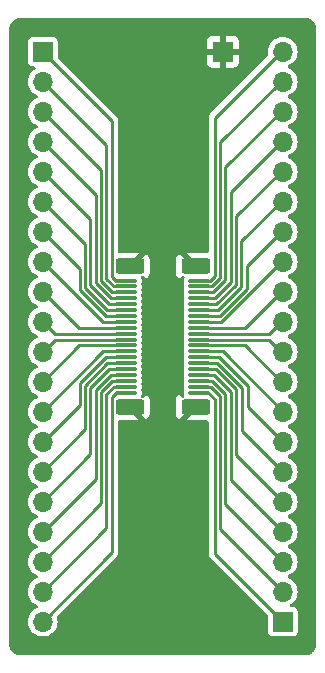
<source format=gbr>
%TF.GenerationSoftware,KiCad,Pcbnew,7.0.10*%
%TF.CreationDate,2024-01-15T01:50:30-05:00*%
%TF.ProjectId,Keyboard-connector-breakout,4b657962-6f61-4726-942d-636f6e6e6563,rev?*%
%TF.SameCoordinates,Original*%
%TF.FileFunction,Copper,L1,Top*%
%TF.FilePolarity,Positive*%
%FSLAX46Y46*%
G04 Gerber Fmt 4.6, Leading zero omitted, Abs format (unit mm)*
G04 Created by KiCad (PCBNEW 7.0.10) date 2024-01-15 01:50:30*
%MOMM*%
%LPD*%
G01*
G04 APERTURE LIST*
G04 Aperture macros list*
%AMRoundRect*
0 Rectangle with rounded corners*
0 $1 Rounding radius*
0 $2 $3 $4 $5 $6 $7 $8 $9 X,Y pos of 4 corners*
0 Add a 4 corners polygon primitive as box body*
4,1,4,$2,$3,$4,$5,$6,$7,$8,$9,$2,$3,0*
0 Add four circle primitives for the rounded corners*
1,1,$1+$1,$2,$3*
1,1,$1+$1,$4,$5*
1,1,$1+$1,$6,$7*
1,1,$1+$1,$8,$9*
0 Add four rect primitives between the rounded corners*
20,1,$1+$1,$2,$3,$4,$5,0*
20,1,$1+$1,$4,$5,$6,$7,0*
20,1,$1+$1,$6,$7,$8,$9,0*
20,1,$1+$1,$8,$9,$2,$3,0*%
G04 Aperture macros list end*
%TA.AperFunction,SMDPad,CuDef*%
%ADD10RoundRect,0.075000X-0.825000X-0.075000X0.825000X-0.075000X0.825000X0.075000X-0.825000X0.075000X0*%
%TD*%
%TA.AperFunction,SMDPad,CuDef*%
%ADD11RoundRect,0.200000X-1.000000X-0.450000X1.000000X-0.450000X1.000000X0.450000X-1.000000X0.450000X0*%
%TD*%
%TA.AperFunction,ComponentPad*%
%ADD12R,1.700000X1.700000*%
%TD*%
%TA.AperFunction,ComponentPad*%
%ADD13O,1.700000X1.700000*%
%TD*%
%TA.AperFunction,ViaPad*%
%ADD14C,0.800000*%
%TD*%
%TA.AperFunction,Conductor*%
%ADD15C,0.250000*%
%TD*%
G04 APERTURE END LIST*
D10*
%TO.P,J1,1,Pin_1*%
%TO.N,Net-(J1-Pin_1)*%
X-3100000Y-4750000D03*
%TO.P,J1,2,Pin_2*%
%TO.N,Net-(J1-Pin_2)*%
X3100000Y-4750000D03*
%TO.P,J1,3,Pin_3*%
%TO.N,Net-(J1-Pin_3)*%
X-3100000Y-4250000D03*
%TO.P,J1,4,Pin_4*%
%TO.N,Net-(J1-Pin_4)*%
X3100000Y-4250000D03*
%TO.P,J1,5,Pin_5*%
%TO.N,Net-(J1-Pin_5)*%
X-3100000Y-3750000D03*
%TO.P,J1,6,Pin_6*%
%TO.N,Net-(J1-Pin_6)*%
X3100000Y-3750000D03*
%TO.P,J1,7,Pin_7*%
%TO.N,Net-(J1-Pin_7)*%
X-3100000Y-3250000D03*
%TO.P,J1,8,Pin_8*%
%TO.N,Net-(J1-Pin_8)*%
X3100000Y-3250000D03*
%TO.P,J1,9,Pin_9*%
%TO.N,Net-(J1-Pin_9)*%
X-3100000Y-2750000D03*
%TO.P,J1,10,Pin_10*%
%TO.N,Net-(J1-Pin_10)*%
X3100000Y-2750000D03*
%TO.P,J1,11,Pin_11*%
%TO.N,Net-(J1-Pin_11)*%
X-3100000Y-2250000D03*
%TO.P,J1,12,Pin_12*%
%TO.N,Net-(J1-Pin_12)*%
X3100000Y-2250000D03*
%TO.P,J1,13,Pin_13*%
%TO.N,Net-(J1-Pin_13)*%
X-3100000Y-1750000D03*
%TO.P,J1,14,Pin_14*%
%TO.N,Net-(J1-Pin_14)*%
X3100000Y-1750000D03*
%TO.P,J1,15,Pin_15*%
%TO.N,Net-(J1-Pin_15)*%
X-3100000Y-1250000D03*
%TO.P,J1,16,Pin_16*%
%TO.N,Net-(J1-Pin_16)*%
X3100000Y-1250000D03*
%TO.P,J1,17,Pin_17*%
%TO.N,Net-(J1-Pin_17)*%
X-3100000Y-750000D03*
%TO.P,J1,18,Pin_18*%
%TO.N,Net-(J1-Pin_18)*%
X3100000Y-750000D03*
%TO.P,J1,19,Pin_19*%
%TO.N,Net-(J1-Pin_19)*%
X-3100000Y-250000D03*
%TO.P,J1,20,Pin_20*%
%TO.N,Net-(J1-Pin_20)*%
X3100000Y-250000D03*
%TO.P,J1,21,Pin_21*%
%TO.N,Net-(J1-Pin_21)*%
X-3100000Y250000D03*
%TO.P,J1,22,Pin_22*%
%TO.N,Net-(J1-Pin_22)*%
X3100000Y250000D03*
%TO.P,J1,23,Pin_23*%
%TO.N,Net-(J1-Pin_23)*%
X-3100000Y750000D03*
%TO.P,J1,24,Pin_24*%
%TO.N,Net-(J1-Pin_24)*%
X3100000Y750000D03*
%TO.P,J1,25,Pin_25*%
%TO.N,Net-(J1-Pin_25)*%
X-3100000Y1250000D03*
%TO.P,J1,26,Pin_26*%
%TO.N,Net-(J1-Pin_26)*%
X3100000Y1250000D03*
%TO.P,J1,27,Pin_27*%
%TO.N,Net-(J1-Pin_27)*%
X-3100000Y1750000D03*
%TO.P,J1,28,Pin_28*%
%TO.N,Net-(J1-Pin_28)*%
X3100000Y1750000D03*
%TO.P,J1,29,Pin_29*%
%TO.N,Net-(J1-Pin_29)*%
X-3100000Y2250000D03*
%TO.P,J1,30,Pin_30*%
%TO.N,Net-(J1-Pin_30)*%
X3100000Y2250000D03*
%TO.P,J1,31,Pin_31*%
%TO.N,Net-(J1-Pin_31)*%
X-3100000Y2750000D03*
%TO.P,J1,32,Pin_32*%
%TO.N,Net-(J1-Pin_32)*%
X3100000Y2750000D03*
%TO.P,J1,33,Pin_33*%
%TO.N,Net-(J1-Pin_33)*%
X-3100000Y3250000D03*
%TO.P,J1,34,Pin_34*%
%TO.N,Net-(J1-Pin_34)*%
X3100000Y3250000D03*
%TO.P,J1,35,Pin_35*%
%TO.N,Net-(J1-Pin_35)*%
X-3100000Y3750000D03*
%TO.P,J1,36,Pin_36*%
%TO.N,Net-(J1-Pin_36)*%
X3100000Y3750000D03*
%TO.P,J1,37,Pin_37*%
%TO.N,Net-(J1-Pin_37)*%
X-3100000Y4250000D03*
%TO.P,J1,38,Pin_38*%
%TO.N,Net-(J1-Pin_38)*%
X3100000Y4250000D03*
%TO.P,J1,39,Pin_39*%
%TO.N,Net-(J1-Pin_39)*%
X-3100000Y4750000D03*
%TO.P,J1,40,Pin_40*%
%TO.N,Net-(J1-Pin_40)*%
X3100000Y4750000D03*
D11*
%TO.P,J1,MP,MountPin*%
%TO.N,GND*%
X-2800000Y5950000D03*
X-2800000Y-5950000D03*
X2800000Y5950000D03*
X2800000Y-5950000D03*
%TD*%
D12*
%TO.P,J4,1,Pin_1*%
%TO.N,GND*%
X5080000Y24130000D03*
%TD*%
%TO.P,J3,1,Pin_1*%
%TO.N,Net-(J1-Pin_2)*%
X10160000Y-24130000D03*
D13*
%TO.P,J3,2,Pin_2*%
%TO.N,Net-(J1-Pin_4)*%
X10160000Y-21590000D03*
%TO.P,J3,3,Pin_3*%
%TO.N,Net-(J1-Pin_6)*%
X10160000Y-19050000D03*
%TO.P,J3,4,Pin_4*%
%TO.N,Net-(J1-Pin_8)*%
X10160000Y-16510000D03*
%TO.P,J3,5,Pin_5*%
%TO.N,Net-(J1-Pin_10)*%
X10160000Y-13970000D03*
%TO.P,J3,6,Pin_6*%
%TO.N,Net-(J1-Pin_12)*%
X10160000Y-11430000D03*
%TO.P,J3,7,Pin_7*%
%TO.N,Net-(J1-Pin_14)*%
X10160000Y-8890000D03*
%TO.P,J3,8,Pin_8*%
%TO.N,Net-(J1-Pin_16)*%
X10160000Y-6350000D03*
%TO.P,J3,9,Pin_9*%
%TO.N,Net-(J1-Pin_18)*%
X10160000Y-3810000D03*
%TO.P,J3,10,Pin_10*%
%TO.N,Net-(J1-Pin_20)*%
X10160000Y-1270000D03*
%TO.P,J3,11,Pin_11*%
%TO.N,Net-(J1-Pin_22)*%
X10160000Y1270000D03*
%TO.P,J3,12,Pin_12*%
%TO.N,Net-(J1-Pin_24)*%
X10160000Y3810000D03*
%TO.P,J3,13,Pin_13*%
%TO.N,Net-(J1-Pin_26)*%
X10160000Y6350000D03*
%TO.P,J3,14,Pin_14*%
%TO.N,Net-(J1-Pin_28)*%
X10160000Y8890000D03*
%TO.P,J3,15,Pin_15*%
%TO.N,Net-(J1-Pin_30)*%
X10160000Y11430000D03*
%TO.P,J3,16,Pin_16*%
%TO.N,Net-(J1-Pin_32)*%
X10160000Y13970000D03*
%TO.P,J3,17,Pin_17*%
%TO.N,Net-(J1-Pin_34)*%
X10160000Y16510000D03*
%TO.P,J3,18,Pin_18*%
%TO.N,Net-(J1-Pin_36)*%
X10160000Y19050000D03*
%TO.P,J3,19,Pin_19*%
%TO.N,Net-(J1-Pin_38)*%
X10160000Y21590000D03*
%TO.P,J3,20,Pin_20*%
%TO.N,Net-(J1-Pin_40)*%
X10160000Y24130000D03*
%TD*%
D12*
%TO.P,J2,1,Pin_1*%
%TO.N,Net-(J1-Pin_39)*%
X-10160000Y24130000D03*
D13*
%TO.P,J2,2,Pin_2*%
%TO.N,Net-(J1-Pin_37)*%
X-10160000Y21590000D03*
%TO.P,J2,3,Pin_3*%
%TO.N,Net-(J1-Pin_35)*%
X-10160000Y19050000D03*
%TO.P,J2,4,Pin_4*%
%TO.N,Net-(J1-Pin_33)*%
X-10160000Y16510000D03*
%TO.P,J2,5,Pin_5*%
%TO.N,Net-(J1-Pin_31)*%
X-10160000Y13970000D03*
%TO.P,J2,6,Pin_6*%
%TO.N,Net-(J1-Pin_29)*%
X-10160000Y11430000D03*
%TO.P,J2,7,Pin_7*%
%TO.N,Net-(J1-Pin_27)*%
X-10160000Y8890000D03*
%TO.P,J2,8,Pin_8*%
%TO.N,Net-(J1-Pin_25)*%
X-10160000Y6350000D03*
%TO.P,J2,9,Pin_9*%
%TO.N,Net-(J1-Pin_23)*%
X-10160000Y3810000D03*
%TO.P,J2,10,Pin_10*%
%TO.N,Net-(J1-Pin_21)*%
X-10160000Y1270000D03*
%TO.P,J2,11,Pin_11*%
%TO.N,Net-(J1-Pin_19)*%
X-10160000Y-1270000D03*
%TO.P,J2,12,Pin_12*%
%TO.N,Net-(J1-Pin_17)*%
X-10160000Y-3810000D03*
%TO.P,J2,13,Pin_13*%
%TO.N,Net-(J1-Pin_15)*%
X-10160000Y-6350000D03*
%TO.P,J2,14,Pin_14*%
%TO.N,Net-(J1-Pin_13)*%
X-10160000Y-8890000D03*
%TO.P,J2,15,Pin_15*%
%TO.N,Net-(J1-Pin_11)*%
X-10160000Y-11430000D03*
%TO.P,J2,16,Pin_16*%
%TO.N,Net-(J1-Pin_9)*%
X-10160000Y-13970000D03*
%TO.P,J2,17,Pin_17*%
%TO.N,Net-(J1-Pin_7)*%
X-10160000Y-16510000D03*
%TO.P,J2,18,Pin_18*%
%TO.N,Net-(J1-Pin_5)*%
X-10160000Y-19050000D03*
%TO.P,J2,19,Pin_19*%
%TO.N,Net-(J1-Pin_3)*%
X-10160000Y-21590000D03*
%TO.P,J2,20,Pin_20*%
%TO.N,Net-(J1-Pin_1)*%
X-10160000Y-24130000D03*
%TD*%
D14*
%TO.N,GND*%
X0Y0D03*
%TD*%
D15*
%TO.N,Net-(J1-Pin_39)*%
X-4325000Y18295000D02*
X-4325000Y5075001D01*
X-3999999Y4750000D02*
X-3100000Y4750000D01*
X-10160000Y24130000D02*
X-4325000Y18295000D01*
X-4325000Y5075001D02*
X-3999999Y4750000D01*
%TO.N,Net-(J1-Pin_37)*%
X-4775000Y16205000D02*
X-10160000Y21590000D01*
X-3100000Y4250000D02*
X-4136395Y4250000D01*
X-4136395Y4250000D02*
X-4775000Y4888605D01*
X-4775000Y4888605D02*
X-4775000Y16205000D01*
%TO.N,Net-(J1-Pin_35)*%
X-3100000Y3750000D02*
X-4272791Y3750000D01*
X-4272791Y3750000D02*
X-5225000Y4702209D01*
X-5225000Y14115000D02*
X-10160000Y19050000D01*
X-5225000Y4702209D02*
X-5225000Y14115000D01*
%TO.N,Net-(J1-Pin_33)*%
X-5675000Y12025000D02*
X-10160000Y16510000D01*
X-5675000Y4515813D02*
X-5675000Y12025000D01*
X-4409187Y3250000D02*
X-5675000Y4515813D01*
X-3100000Y3250000D02*
X-4409187Y3250000D01*
%TO.N,Net-(J1-Pin_31)*%
X-6125000Y4329417D02*
X-6125000Y9935000D01*
X-4545583Y2750000D02*
X-6125000Y4329417D01*
X-3100000Y2750000D02*
X-4545583Y2750000D01*
X-6125000Y9935000D02*
X-10160000Y13970000D01*
%TO.N,Net-(J1-Pin_29)*%
X-6575000Y4143021D02*
X-6575000Y7845000D01*
X-3100000Y2250000D02*
X-4681979Y2250000D01*
X-6575000Y7845000D02*
X-10160000Y11430000D01*
X-4681979Y2250000D02*
X-6575000Y4143021D01*
%TO.N,Net-(J1-Pin_27)*%
X-4818375Y1750000D02*
X-3100000Y1750000D01*
X-7025000Y3956625D02*
X-4818375Y1750000D01*
X-10160000Y8890000D02*
X-7025000Y5755000D01*
X-7025000Y5755000D02*
X-7025000Y3956625D01*
%TO.N,Net-(J1-Pin_25)*%
X-10160000Y6350000D02*
X-5060000Y1250000D01*
X-5060000Y1250000D02*
X-3100000Y1250000D01*
%TO.N,Net-(J1-Pin_23)*%
X-7100000Y750000D02*
X-10160000Y3810000D01*
X-3100000Y750000D02*
X-7100000Y750000D01*
%TO.N,Net-(J1-Pin_21)*%
X-3100000Y250000D02*
X-9140000Y250000D01*
X-9140000Y250000D02*
X-10160000Y1270000D01*
%TO.N,Net-(J1-Pin_19)*%
X-10160000Y-1270000D02*
X-9140000Y-250000D01*
X-9140000Y-250000D02*
X-3100000Y-250000D01*
%TO.N,Net-(J1-Pin_17)*%
X-10160000Y-3810000D02*
X-7100000Y-750000D01*
X-7100000Y-750000D02*
X-3100000Y-750000D01*
%TO.N,Net-(J1-Pin_15)*%
X-10160000Y-6350000D02*
X-5060000Y-1250000D01*
X-5060000Y-1250000D02*
X-3100000Y-1250000D01*
%TO.N,Net-(J1-Pin_13)*%
X-4818375Y-1750000D02*
X-3100000Y-1750000D01*
X-7025000Y-3956625D02*
X-4818375Y-1750000D01*
X-10160000Y-8890000D02*
X-7025000Y-5755000D01*
X-7025000Y-5755000D02*
X-7025000Y-3956625D01*
%TO.N,Net-(J1-Pin_11)*%
X-10160000Y-11430000D02*
X-6575000Y-7845000D01*
X-6575000Y-7845000D02*
X-6575000Y-4143021D01*
X-6575000Y-4143021D02*
X-4681979Y-2250000D01*
X-4681979Y-2250000D02*
X-3100000Y-2250000D01*
%TO.N,Net-(J1-Pin_9)*%
X-6125000Y-4329417D02*
X-4545583Y-2750000D01*
X-10160000Y-13970000D02*
X-6125000Y-9935000D01*
X-4545583Y-2750000D02*
X-3100000Y-2750000D01*
X-6125000Y-9935000D02*
X-6125000Y-4329417D01*
%TO.N,Net-(J1-Pin_7)*%
X-3100000Y-3250000D02*
X-4409187Y-3250000D01*
X-4409187Y-3250000D02*
X-5675000Y-4515813D01*
X-5675000Y-12025000D02*
X-10160000Y-16510000D01*
X-5675000Y-4515813D02*
X-5675000Y-12025000D01*
%TO.N,Net-(J1-Pin_5)*%
X-4272791Y-3750000D02*
X-5225000Y-4702209D01*
X-5225000Y-4702209D02*
X-5225000Y-14115000D01*
X-3100000Y-3750000D02*
X-4272791Y-3750000D01*
X-5225000Y-14115000D02*
X-10160000Y-19050000D01*
%TO.N,Net-(J1-Pin_3)*%
X-4136395Y-4250000D02*
X-3100000Y-4250000D01*
X-4775000Y-16205000D02*
X-4775000Y-4888605D01*
X-10160000Y-21590000D02*
X-4775000Y-16205000D01*
X-4775000Y-4888605D02*
X-4136395Y-4250000D01*
%TO.N,Net-(J1-Pin_1)*%
X-4300000Y-7400000D02*
X-4300000Y-18270000D01*
X-4325000Y-5075001D02*
X-4325000Y-7375000D01*
X-4325000Y-7375000D02*
X-4300000Y-7400000D01*
X-3999999Y-4750000D02*
X-4325000Y-5075001D01*
X-4300000Y-18270000D02*
X-10160000Y-24130000D01*
X-3100000Y-4750000D02*
X-3999999Y-4750000D01*
%TO.N,Net-(J1-Pin_2)*%
X3850000Y-4750000D02*
X4400000Y-5300000D01*
X3100000Y-4750000D02*
X3850000Y-4750000D01*
X4400000Y-18370000D02*
X10160000Y-24130000D01*
X4400000Y-5300000D02*
X4400000Y-18370000D01*
%TO.N,Net-(J1-Pin_4)*%
X4850000Y-16280000D02*
X10160000Y-21590000D01*
X4067764Y-4250000D02*
X4850000Y-5032236D01*
X4850000Y-5032236D02*
X4850000Y-16280000D01*
X3100000Y-4250000D02*
X4067764Y-4250000D01*
%TO.N,Net-(J1-Pin_6)*%
X5300000Y-4845840D02*
X5300000Y-14190000D01*
X4204160Y-3750000D02*
X5300000Y-4845840D01*
X3100000Y-3750000D02*
X4204160Y-3750000D01*
X5300000Y-14190000D02*
X10160000Y-19050000D01*
%TO.N,Net-(J1-Pin_8)*%
X5750000Y-12100000D02*
X10160000Y-16510000D01*
X3100000Y-3250000D02*
X4340556Y-3250000D01*
X4340556Y-3250000D02*
X5750000Y-4659444D01*
X5750000Y-4659444D02*
X5750000Y-12100000D01*
%TO.N,Net-(J1-Pin_10)*%
X6200000Y-10010000D02*
X10160000Y-13970000D01*
X4476952Y-2750000D02*
X6200000Y-4473048D01*
X3100000Y-2750000D02*
X4476952Y-2750000D01*
X6200000Y-4473048D02*
X6200000Y-10010000D01*
%TO.N,Net-(J1-Pin_12)*%
X6700000Y-4336652D02*
X6700000Y-7970000D01*
X6700000Y-7970000D02*
X10160000Y-11430000D01*
X3100000Y-2250000D02*
X4613348Y-2250000D01*
X4613348Y-2250000D02*
X6700000Y-4336652D01*
%TO.N,Net-(J1-Pin_14)*%
X7200000Y-4200000D02*
X4750000Y-1750000D01*
X4750000Y-1750000D02*
X3100000Y-1750000D01*
X10160000Y-8890000D02*
X7200000Y-5930000D01*
X7200000Y-5930000D02*
X7200000Y-4200000D01*
%TO.N,Net-(J1-Pin_16)*%
X3100000Y-1250000D02*
X5060000Y-1250000D01*
X5060000Y-1250000D02*
X10160000Y-6350000D01*
%TO.N,Net-(J1-Pin_18)*%
X3100000Y-750000D02*
X6940000Y-750000D01*
X6940000Y-750000D02*
X10000000Y-3810000D01*
%TO.N,Net-(J1-Pin_20)*%
X8980000Y-250000D02*
X10000000Y-1270000D01*
X3100000Y-250000D02*
X8980000Y-250000D01*
%TO.N,Net-(J1-Pin_22)*%
X8980000Y250000D02*
X3100000Y250000D01*
X10000000Y1270000D02*
X8980000Y250000D01*
%TO.N,Net-(J1-Pin_24)*%
X10000000Y3810000D02*
X6940000Y750000D01*
X6940000Y750000D02*
X3100000Y750000D01*
%TO.N,Net-(J1-Pin_26)*%
X10000000Y6295229D02*
X4954771Y1250000D01*
X4954771Y1250000D02*
X3100000Y1250000D01*
X10000000Y6350000D02*
X10000000Y6295229D01*
%TO.N,Net-(J1-Pin_28)*%
X7100000Y5990000D02*
X7100000Y4031625D01*
X10000000Y8890000D02*
X7100000Y5990000D01*
X7100000Y4031625D02*
X4818375Y1750000D01*
X4818375Y1750000D02*
X3100000Y1750000D01*
%TO.N,Net-(J1-Pin_30)*%
X6650000Y8080000D02*
X6650000Y4218021D01*
X10000000Y11430000D02*
X6650000Y8080000D01*
X6650000Y4218021D02*
X4681979Y2250000D01*
X4681979Y2250000D02*
X3100000Y2250000D01*
%TO.N,Net-(J1-Pin_32)*%
X4545583Y2750000D02*
X3100000Y2750000D01*
X6200000Y10170000D02*
X6200000Y4404417D01*
X6200000Y4404417D02*
X4545583Y2750000D01*
X10000000Y13970000D02*
X6200000Y10170000D01*
%TO.N,Net-(J1-Pin_34)*%
X5750000Y4590813D02*
X4409187Y3250000D01*
X10000000Y16510000D02*
X5750000Y12260000D01*
X4409187Y3250000D02*
X3100000Y3250000D01*
X5750000Y12260000D02*
X5750000Y4590813D01*
%TO.N,Net-(J1-Pin_36)*%
X4272791Y3750000D02*
X3100000Y3750000D01*
X5300000Y4777209D02*
X4272791Y3750000D01*
X10000000Y19050000D02*
X5300000Y14350000D01*
X5300000Y14350000D02*
X5300000Y4777209D01*
%TO.N,Net-(J1-Pin_38)*%
X4850000Y4963605D02*
X4136395Y4250000D01*
X4850000Y16440000D02*
X4850000Y4963605D01*
X10000000Y21590000D02*
X4850000Y16440000D01*
X4136395Y4250000D02*
X3100000Y4250000D01*
%TO.N,Net-(J1-Pin_40)*%
X4400000Y5150001D02*
X3999999Y4750000D01*
X10000000Y24130000D02*
X4400000Y18530000D01*
X3999999Y4750000D02*
X3100000Y4750000D01*
X4400000Y18530000D02*
X4400000Y5150001D01*
%TD*%
%TA.AperFunction,Conductor*%
%TO.N,GND*%
G36*
X12005392Y26999028D02*
G01*
X12009760Y26998646D01*
X12044776Y26995581D01*
X12046116Y26995456D01*
X12171760Y26983082D01*
X12191700Y26979454D01*
X12256382Y26962123D01*
X12260285Y26961008D01*
X12351562Y26933319D01*
X12367971Y26927041D01*
X12433835Y26896328D01*
X12439884Y26893304D01*
X12519046Y26850990D01*
X12531715Y26843207D01*
X12592889Y26800373D01*
X12600430Y26794652D01*
X12668455Y26738826D01*
X12677472Y26730653D01*
X12730653Y26677472D01*
X12738826Y26668455D01*
X12794652Y26600430D01*
X12800373Y26592889D01*
X12843207Y26531715D01*
X12850990Y26519046D01*
X12893304Y26439884D01*
X12896328Y26433835D01*
X12927041Y26367971D01*
X12933319Y26351562D01*
X12961008Y26260285D01*
X12962123Y26256382D01*
X12979454Y26191700D01*
X12983082Y26171760D01*
X12995456Y26046116D01*
X12995581Y26044776D01*
X12999028Y26005396D01*
X12999500Y25994583D01*
X12999500Y-25994583D01*
X12999028Y-26005396D01*
X12995581Y-26044776D01*
X12995456Y-26046116D01*
X12983082Y-26171760D01*
X12979454Y-26191700D01*
X12962123Y-26256382D01*
X12961008Y-26260285D01*
X12933319Y-26351562D01*
X12927041Y-26367971D01*
X12896328Y-26433835D01*
X12893304Y-26439884D01*
X12850990Y-26519046D01*
X12843207Y-26531715D01*
X12800373Y-26592889D01*
X12794652Y-26600430D01*
X12738826Y-26668455D01*
X12730653Y-26677472D01*
X12677472Y-26730653D01*
X12668455Y-26738826D01*
X12600430Y-26794652D01*
X12592889Y-26800373D01*
X12531715Y-26843207D01*
X12519046Y-26850990D01*
X12439884Y-26893304D01*
X12433835Y-26896328D01*
X12367971Y-26927041D01*
X12351562Y-26933319D01*
X12260285Y-26961008D01*
X12256382Y-26962123D01*
X12191700Y-26979454D01*
X12171760Y-26983082D01*
X12046116Y-26995456D01*
X12044776Y-26995581D01*
X12009760Y-26998646D01*
X12005392Y-26999028D01*
X11994584Y-26999500D01*
X-11994584Y-26999500D01*
X-12005392Y-26999028D01*
X-12009760Y-26998646D01*
X-12044776Y-26995581D01*
X-12046116Y-26995456D01*
X-12171759Y-26983082D01*
X-12191699Y-26979454D01*
X-12256366Y-26962127D01*
X-12260269Y-26961013D01*
X-12351563Y-26933319D01*
X-12367972Y-26927040D01*
X-12433832Y-26896329D01*
X-12439880Y-26893305D01*
X-12519056Y-26850985D01*
X-12531727Y-26843201D01*
X-12592881Y-26800380D01*
X-12600422Y-26794659D01*
X-12668461Y-26738821D01*
X-12677477Y-26730649D01*
X-12730649Y-26677477D01*
X-12738821Y-26668461D01*
X-12794659Y-26600422D01*
X-12800380Y-26592881D01*
X-12843201Y-26531727D01*
X-12850985Y-26519056D01*
X-12893305Y-26439880D01*
X-12896329Y-26433832D01*
X-12927040Y-26367972D01*
X-12933319Y-26351563D01*
X-12961013Y-26260269D01*
X-12962127Y-26256366D01*
X-12979454Y-26191699D01*
X-12983082Y-26171759D01*
X-12995456Y-26046116D01*
X-12995581Y-26044776D01*
X-12999028Y-26005396D01*
X-12999500Y-25994583D01*
X-12999500Y-24130000D01*
X-11415277Y-24130000D01*
X-11396207Y-24347977D01*
X-11339575Y-24559330D01*
X-11247102Y-24757639D01*
X-11121598Y-24936877D01*
X-10966877Y-25091598D01*
X-10787639Y-25217102D01*
X-10589330Y-25309575D01*
X-10377977Y-25366207D01*
X-10192462Y-25382437D01*
X-10160002Y-25385277D01*
X-10160000Y-25385277D01*
X-10159998Y-25385277D01*
X-10129787Y-25382633D01*
X-9942023Y-25366207D01*
X-9730670Y-25309575D01*
X-9532361Y-25217102D01*
X-9353123Y-25091598D01*
X-9198402Y-24936877D01*
X-9072898Y-24757639D01*
X-9072897Y-24757638D01*
X-9026661Y-24658484D01*
X-8980425Y-24559330D01*
X-8980424Y-24559326D01*
X-8980422Y-24559322D01*
X-8923793Y-24347979D01*
X-8923793Y-24347975D01*
X-8904723Y-24130002D01*
X-8904723Y-24129997D01*
X-8923793Y-23912024D01*
X-8923793Y-23912020D01*
X-8963391Y-23764240D01*
X-8961728Y-23694390D01*
X-8931297Y-23644466D01*
X-3936271Y-18649440D01*
X-3933227Y-18646498D01*
X-3905570Y-18620668D01*
X-3888531Y-18604755D01*
X-3888530Y-18604754D01*
X-3888529Y-18604753D01*
X-3888528Y-18604751D01*
X-3868301Y-18571489D01*
X-3861156Y-18560991D01*
X-3837636Y-18529975D01*
X-3831528Y-18514486D01*
X-3822120Y-18495546D01*
X-3813476Y-18481332D01*
X-3813472Y-18481322D01*
X-3802971Y-18443845D01*
X-3798925Y-18431812D01*
X-3795196Y-18422357D01*
X-3784641Y-18395590D01*
X-3784640Y-18395583D01*
X-3782937Y-18379023D01*
X-3778990Y-18358256D01*
X-3774500Y-18342232D01*
X-3774500Y-18303296D01*
X-3773850Y-18290616D01*
X-3769869Y-18251892D01*
X-3769869Y-18251886D01*
X-3772697Y-18235487D01*
X-3774500Y-18214420D01*
X-3774500Y-7411108D01*
X-3774428Y-7406875D01*
X-3772340Y-7345751D01*
X-3781556Y-7307931D01*
X-3783926Y-7295463D01*
X-3790384Y-7248488D01*
X-3788956Y-7248291D01*
X-3788204Y-7187594D01*
X-3749705Y-7129288D01*
X-3685795Y-7101052D01*
X-3669669Y-7099999D01*
X-2003553Y-7099999D01*
X-2003552Y-7099998D01*
X-3065871Y-6037680D01*
X-3099356Y-5976357D01*
X-3094372Y-5906665D01*
X-3065871Y-5862318D01*
X-2540371Y-5336818D01*
X-2479048Y-5303333D01*
X-2452690Y-5300499D01*
X-2229519Y-5300499D01*
X-2229516Y-5300499D01*
X-2190025Y-5296254D01*
X-2172885Y-5294412D01*
X-2142869Y-5283216D01*
X-2097687Y-5266363D01*
X-2027998Y-5261378D01*
X-1966674Y-5294862D01*
X-1933188Y-5356185D01*
X-1938172Y-5425877D01*
X-1966673Y-5470226D01*
X-2446447Y-5950000D01*
X-1412645Y-6983800D01*
X-1412643Y-6983801D01*
X-1365131Y-6955079D01*
X-1365130Y-6955078D01*
X-1244926Y-6834875D01*
X-1156980Y-6689395D01*
X-1106409Y-6527106D01*
X-1100001Y-6456582D01*
X1100000Y-6456582D01*
X1106408Y-6527102D01*
X1106409Y-6527107D01*
X1156981Y-6689396D01*
X1244926Y-6834875D01*
X1365130Y-6955078D01*
X1365131Y-6955079D01*
X1412643Y-6983801D01*
X1412645Y-6983800D01*
X2446447Y-5950000D01*
X1966673Y-5470226D01*
X1933188Y-5408903D01*
X1938172Y-5339211D01*
X1980044Y-5283278D01*
X2045508Y-5258861D01*
X2097686Y-5266363D01*
X2172886Y-5294412D01*
X2229515Y-5300500D01*
X2452691Y-5300499D01*
X2519729Y-5320183D01*
X2540371Y-5336818D01*
X3065871Y-5862318D01*
X3099356Y-5923641D01*
X3094372Y-5993333D01*
X3065871Y-6037680D01*
X2003552Y-7099998D01*
X2003553Y-7099999D01*
X3750500Y-7099999D01*
X3817539Y-7119684D01*
X3863294Y-7172488D01*
X3874500Y-7223999D01*
X3874500Y-18358890D01*
X3874428Y-18363123D01*
X3872405Y-18422361D01*
X3872340Y-18424250D01*
X3881556Y-18462068D01*
X3883927Y-18474540D01*
X3889228Y-18513109D01*
X3895864Y-18528387D01*
X3902602Y-18548424D01*
X3906542Y-18564593D01*
X3906543Y-18564594D01*
X3925618Y-18598520D01*
X3931266Y-18609890D01*
X3946782Y-18645612D01*
X3957283Y-18658518D01*
X3969182Y-18676000D01*
X3977342Y-18690512D01*
X4004878Y-18718048D01*
X4013377Y-18727466D01*
X4037943Y-18757662D01*
X4037944Y-18757663D01*
X4037946Y-18757665D01*
X4051544Y-18767264D01*
X4067715Y-18780885D01*
X8873181Y-23586350D01*
X8906666Y-23647673D01*
X8909500Y-23674031D01*
X8909500Y-25011517D01*
X8920292Y-25079657D01*
X8924354Y-25105304D01*
X8981950Y-25218342D01*
X8981952Y-25218344D01*
X8981954Y-25218347D01*
X9071652Y-25308045D01*
X9071654Y-25308046D01*
X9071658Y-25308050D01*
X9184694Y-25365645D01*
X9184698Y-25365647D01*
X9278475Y-25380499D01*
X9278481Y-25380500D01*
X11041518Y-25380499D01*
X11135304Y-25365646D01*
X11248342Y-25308050D01*
X11338050Y-25218342D01*
X11395646Y-25105304D01*
X11395646Y-25105302D01*
X11395647Y-25105301D01*
X11410499Y-25011524D01*
X11410500Y-25011519D01*
X11410499Y-23248482D01*
X11395646Y-23154696D01*
X11338050Y-23041658D01*
X11338046Y-23041654D01*
X11338045Y-23041652D01*
X11248347Y-22951954D01*
X11248344Y-22951952D01*
X11248342Y-22951950D01*
X11171517Y-22912805D01*
X11135301Y-22894352D01*
X11041524Y-22879500D01*
X11041519Y-22879500D01*
X10891862Y-22879500D01*
X10824823Y-22859815D01*
X10779068Y-22807011D01*
X10769124Y-22737853D01*
X10798149Y-22674297D01*
X10820734Y-22653928D01*
X10966877Y-22551598D01*
X11121598Y-22396877D01*
X11247102Y-22217639D01*
X11339575Y-22019330D01*
X11396207Y-21807977D01*
X11415277Y-21590000D01*
X11396207Y-21372023D01*
X11339575Y-21160670D01*
X11247102Y-20962362D01*
X11247100Y-20962359D01*
X11247099Y-20962357D01*
X11121599Y-20783124D01*
X11121596Y-20783121D01*
X10966877Y-20628402D01*
X10787639Y-20502898D01*
X10636414Y-20432381D01*
X10583977Y-20386210D01*
X10564825Y-20319016D01*
X10585041Y-20252135D01*
X10636414Y-20207618D01*
X10787639Y-20137102D01*
X10966877Y-20011598D01*
X11121598Y-19856877D01*
X11247102Y-19677639D01*
X11339575Y-19479330D01*
X11396207Y-19267977D01*
X11415277Y-19050000D01*
X11396207Y-18832023D01*
X11339575Y-18620670D01*
X11247102Y-18422362D01*
X11247100Y-18422359D01*
X11247099Y-18422357D01*
X11121599Y-18243124D01*
X11067125Y-18188650D01*
X10966877Y-18088402D01*
X10787639Y-17962898D01*
X10636414Y-17892381D01*
X10583977Y-17846210D01*
X10564825Y-17779016D01*
X10585041Y-17712135D01*
X10636414Y-17667618D01*
X10787639Y-17597102D01*
X10966877Y-17471598D01*
X11121598Y-17316877D01*
X11247102Y-17137639D01*
X11339575Y-16939330D01*
X11396207Y-16727977D01*
X11415277Y-16510000D01*
X11396207Y-16292023D01*
X11356609Y-16144241D01*
X11339577Y-16080677D01*
X11339576Y-16080676D01*
X11339575Y-16080670D01*
X11247102Y-15882362D01*
X11247100Y-15882359D01*
X11247099Y-15882357D01*
X11121599Y-15703124D01*
X11121596Y-15703121D01*
X10966877Y-15548402D01*
X10787639Y-15422898D01*
X10636414Y-15352381D01*
X10583977Y-15306210D01*
X10564825Y-15239016D01*
X10585041Y-15172135D01*
X10636414Y-15127618D01*
X10787639Y-15057102D01*
X10966877Y-14931598D01*
X11121598Y-14776877D01*
X11247102Y-14597639D01*
X11339575Y-14399330D01*
X11396207Y-14187977D01*
X11415277Y-13970000D01*
X11396207Y-13752023D01*
X11339575Y-13540670D01*
X11247102Y-13342362D01*
X11247100Y-13342359D01*
X11247099Y-13342357D01*
X11121599Y-13163124D01*
X11053769Y-13095294D01*
X10966877Y-13008402D01*
X10787639Y-12882898D01*
X10636414Y-12812381D01*
X10583977Y-12766210D01*
X10564825Y-12699016D01*
X10585041Y-12632135D01*
X10636414Y-12587618D01*
X10787639Y-12517102D01*
X10966877Y-12391598D01*
X11121598Y-12236877D01*
X11247102Y-12057639D01*
X11339575Y-11859330D01*
X11396207Y-11647977D01*
X11415277Y-11430000D01*
X11396207Y-11212023D01*
X11348591Y-11034319D01*
X11339577Y-11000677D01*
X11339576Y-11000676D01*
X11339575Y-11000670D01*
X11247102Y-10802362D01*
X11247100Y-10802359D01*
X11247099Y-10802357D01*
X11121599Y-10623124D01*
X11121596Y-10623121D01*
X10966877Y-10468402D01*
X10787639Y-10342898D01*
X10636414Y-10272381D01*
X10583977Y-10226210D01*
X10564825Y-10159016D01*
X10585041Y-10092135D01*
X10636414Y-10047618D01*
X10787639Y-9977102D01*
X10966877Y-9851598D01*
X11121598Y-9696877D01*
X11247102Y-9517639D01*
X11339575Y-9319330D01*
X11396207Y-9107977D01*
X11415277Y-8890000D01*
X11413995Y-8875351D01*
X11411066Y-8841866D01*
X11396207Y-8672023D01*
X11339575Y-8460670D01*
X11247102Y-8262362D01*
X11247100Y-8262359D01*
X11247099Y-8262357D01*
X11121599Y-8083124D01*
X11121596Y-8083121D01*
X10966877Y-7928402D01*
X10787639Y-7802898D01*
X10636414Y-7732381D01*
X10583977Y-7686210D01*
X10564825Y-7619016D01*
X10585041Y-7552135D01*
X10636414Y-7507618D01*
X10787639Y-7437102D01*
X10966877Y-7311598D01*
X11121598Y-7156877D01*
X11247102Y-6977639D01*
X11339575Y-6779330D01*
X11396207Y-6567977D01*
X11415277Y-6350000D01*
X11396207Y-6132023D01*
X11339575Y-5920670D01*
X11247102Y-5722362D01*
X11247100Y-5722359D01*
X11247099Y-5722357D01*
X11121599Y-5543124D01*
X11048701Y-5470226D01*
X10966877Y-5388402D01*
X10787639Y-5262898D01*
X10636414Y-5192381D01*
X10583977Y-5146210D01*
X10564825Y-5079016D01*
X10585041Y-5012135D01*
X10636414Y-4967618D01*
X10787639Y-4897102D01*
X10966877Y-4771598D01*
X11121598Y-4616877D01*
X11247102Y-4437639D01*
X11339575Y-4239330D01*
X11396207Y-4027977D01*
X11415277Y-3810000D01*
X11396207Y-3592023D01*
X11339575Y-3380670D01*
X11247102Y-3182362D01*
X11247100Y-3182359D01*
X11247099Y-3182357D01*
X11121599Y-3003124D01*
X11045585Y-2927110D01*
X10966877Y-2848402D01*
X10787639Y-2722898D01*
X10636414Y-2652381D01*
X10583977Y-2606210D01*
X10564825Y-2539016D01*
X10585041Y-2472135D01*
X10636414Y-2427618D01*
X10787639Y-2357102D01*
X10966877Y-2231598D01*
X11121598Y-2076877D01*
X11247102Y-1897639D01*
X11339575Y-1699330D01*
X11396207Y-1487977D01*
X11415277Y-1270000D01*
X11396207Y-1052023D01*
X11339575Y-840670D01*
X11247102Y-642362D01*
X11247100Y-642359D01*
X11247099Y-642357D01*
X11121599Y-463124D01*
X11085585Y-427110D01*
X10966877Y-308402D01*
X10787639Y-182898D01*
X10636414Y-112381D01*
X10583977Y-66210D01*
X10564825Y984D01*
X10585041Y67865D01*
X10636414Y112381D01*
X10787639Y182898D01*
X10966877Y308402D01*
X11121598Y463123D01*
X11247102Y642361D01*
X11339575Y840670D01*
X11396207Y1052023D01*
X11415277Y1270000D01*
X11396207Y1487977D01*
X11339575Y1699330D01*
X11247102Y1897638D01*
X11121598Y2076877D01*
X10966877Y2231598D01*
X10787639Y2357102D01*
X10636414Y2427618D01*
X10583977Y2473790D01*
X10564825Y2540984D01*
X10585041Y2607865D01*
X10636414Y2652381D01*
X10787639Y2722898D01*
X10966877Y2848402D01*
X11121598Y3003123D01*
X11247102Y3182361D01*
X11339575Y3380670D01*
X11396207Y3592023D01*
X11415277Y3810000D01*
X11396207Y4027977D01*
X11339575Y4239330D01*
X11247102Y4437638D01*
X11121598Y4616877D01*
X10966877Y4771598D01*
X10787639Y4897102D01*
X10636414Y4967618D01*
X10583977Y5013790D01*
X10564825Y5080984D01*
X10585041Y5147865D01*
X10636414Y5192381D01*
X10787639Y5262898D01*
X10966877Y5388402D01*
X11121598Y5543123D01*
X11247102Y5722361D01*
X11339575Y5920670D01*
X11396207Y6132023D01*
X11415277Y6350000D01*
X11396207Y6567977D01*
X11339575Y6779330D01*
X11247102Y6977638D01*
X11121598Y7156877D01*
X10966877Y7311598D01*
X10787639Y7437102D01*
X10636414Y7507618D01*
X10583977Y7553790D01*
X10564825Y7620984D01*
X10585041Y7687865D01*
X10636414Y7732381D01*
X10787639Y7802898D01*
X10966877Y7928402D01*
X11121598Y8083123D01*
X11247102Y8262361D01*
X11339575Y8460670D01*
X11396207Y8672023D01*
X11415277Y8890000D01*
X11396207Y9107977D01*
X11339575Y9319330D01*
X11247102Y9517638D01*
X11121598Y9696877D01*
X10966877Y9851598D01*
X10787639Y9977102D01*
X10636414Y10047618D01*
X10583977Y10093790D01*
X10564825Y10160984D01*
X10585041Y10227865D01*
X10636414Y10272381D01*
X10787639Y10342898D01*
X10966877Y10468402D01*
X11121598Y10623123D01*
X11247102Y10802361D01*
X11339575Y11000670D01*
X11396207Y11212023D01*
X11415277Y11430000D01*
X11396207Y11647977D01*
X11339575Y11859330D01*
X11247102Y12057638D01*
X11121598Y12236877D01*
X10966877Y12391598D01*
X10787639Y12517102D01*
X10636414Y12587618D01*
X10583977Y12633790D01*
X10564825Y12700984D01*
X10585041Y12767865D01*
X10636414Y12812381D01*
X10787639Y12882898D01*
X10966877Y13008402D01*
X11121598Y13163123D01*
X11247102Y13342361D01*
X11339575Y13540670D01*
X11396207Y13752023D01*
X11415277Y13970000D01*
X11396207Y14187977D01*
X11339575Y14399330D01*
X11247102Y14597638D01*
X11121598Y14776877D01*
X10966877Y14931598D01*
X10787639Y15057102D01*
X10636414Y15127618D01*
X10583977Y15173790D01*
X10564825Y15240984D01*
X10585041Y15307865D01*
X10636414Y15352381D01*
X10787639Y15422898D01*
X10966877Y15548402D01*
X11121598Y15703123D01*
X11247102Y15882361D01*
X11339575Y16080670D01*
X11396207Y16292023D01*
X11415277Y16510000D01*
X11396207Y16727977D01*
X11339575Y16939330D01*
X11247102Y17137638D01*
X11121598Y17316877D01*
X10966877Y17471598D01*
X10787639Y17597102D01*
X10636414Y17667618D01*
X10583977Y17713790D01*
X10564825Y17780984D01*
X10585041Y17847865D01*
X10636414Y17892381D01*
X10787639Y17962898D01*
X10966877Y18088402D01*
X11121598Y18243123D01*
X11247102Y18422361D01*
X11339575Y18620670D01*
X11344493Y18639022D01*
X11371905Y18741328D01*
X11396207Y18832023D01*
X11415277Y19050000D01*
X11396207Y19267977D01*
X11339575Y19479330D01*
X11247102Y19677638D01*
X11121598Y19856877D01*
X10966877Y20011598D01*
X10787639Y20137102D01*
X10636414Y20207618D01*
X10583977Y20253790D01*
X10564825Y20320984D01*
X10585041Y20387865D01*
X10636414Y20432381D01*
X10787639Y20502898D01*
X10966877Y20628402D01*
X11121598Y20783123D01*
X11247102Y20962361D01*
X11339575Y21160670D01*
X11396207Y21372023D01*
X11415277Y21590000D01*
X11396207Y21807977D01*
X11339575Y22019330D01*
X11247102Y22217638D01*
X11121598Y22396877D01*
X10966877Y22551598D01*
X10787639Y22677102D01*
X10636414Y22747618D01*
X10583977Y22793790D01*
X10564825Y22860984D01*
X10585041Y22927865D01*
X10636414Y22972381D01*
X10787639Y23042898D01*
X10966877Y23168402D01*
X11121598Y23323123D01*
X11247102Y23502361D01*
X11339575Y23700670D01*
X11396207Y23912023D01*
X11415277Y24130000D01*
X11396207Y24347977D01*
X11339575Y24559330D01*
X11247102Y24757638D01*
X11121598Y24936877D01*
X10966877Y25091598D01*
X10787639Y25217102D01*
X10589330Y25309575D01*
X10377977Y25366207D01*
X10192462Y25382437D01*
X10160002Y25385277D01*
X10159998Y25385277D01*
X10129787Y25382633D01*
X9942023Y25366207D01*
X9730670Y25309575D01*
X9532362Y25217102D01*
X9532361Y25217101D01*
X9532357Y25217099D01*
X9353121Y25091597D01*
X9198402Y24936878D01*
X9072900Y24757642D01*
X9072898Y24757638D01*
X8980425Y24559330D01*
X8980424Y24559326D01*
X8980422Y24559322D01*
X8923793Y24347979D01*
X8923793Y24347977D01*
X8904723Y24130000D01*
X8923081Y23920156D01*
X8923793Y23912024D01*
X8923794Y23912017D01*
X8929579Y23890427D01*
X8927915Y23820577D01*
X8897485Y23770654D01*
X4036271Y18909440D01*
X4033227Y18906498D01*
X3988529Y18864753D01*
X3988528Y18864751D01*
X3968301Y18831489D01*
X3961156Y18820991D01*
X3937636Y18789976D01*
X3931529Y18774489D01*
X3922124Y18755553D01*
X3913474Y18741329D01*
X3902970Y18703842D01*
X3898925Y18691813D01*
X3884641Y18655591D01*
X3884640Y18655583D01*
X3882937Y18639022D01*
X3878990Y18618255D01*
X3874500Y18602231D01*
X3874500Y18563295D01*
X3873850Y18550616D01*
X3871867Y18531330D01*
X3869869Y18511891D01*
X3869869Y18511885D01*
X3872697Y18495486D01*
X3874500Y18474419D01*
X3874500Y7223999D01*
X3854815Y7156960D01*
X3802011Y7111205D01*
X3750500Y7099999D01*
X2003553Y7099999D01*
X2003552Y7099998D01*
X2800000Y6303553D01*
X3065872Y6037681D01*
X3099357Y5976358D01*
X3094373Y5906666D01*
X3065872Y5862319D01*
X2540371Y5336818D01*
X2479048Y5303333D01*
X2452690Y5300499D01*
X2229516Y5300499D01*
X2190025Y5296254D01*
X2172885Y5294412D01*
X2143035Y5283278D01*
X2097687Y5266363D01*
X2027998Y5261378D01*
X1966674Y5294862D01*
X1933188Y5356185D01*
X1938172Y5425877D01*
X1966673Y5470226D01*
X2446447Y5950000D01*
X1412645Y6983800D01*
X1412643Y6983801D01*
X1365131Y6955079D01*
X1365130Y6955078D01*
X1244926Y6834875D01*
X1156980Y6689395D01*
X1106409Y6527106D01*
X1100000Y6456572D01*
X1100000Y5443417D01*
X1106408Y5372897D01*
X1106409Y5372892D01*
X1156981Y5210603D01*
X1244927Y5065122D01*
X1365122Y4944927D01*
X1365127Y4944923D01*
X1412644Y4916198D01*
X1412645Y4916198D01*
X1629773Y5133326D01*
X1691096Y5166811D01*
X1760788Y5161827D01*
X1816721Y5119955D01*
X1841138Y5054491D01*
X1833636Y5002313D01*
X1812231Y4944923D01*
X1805587Y4927110D01*
X1799500Y4870500D01*
X1799500Y4629519D01*
X1799501Y4629509D01*
X1805587Y4572886D01*
X1805589Y4572881D01*
X1816610Y4543332D01*
X1821594Y4473640D01*
X1816610Y4456668D01*
X1805589Y4427121D01*
X1805587Y4427110D01*
X1799500Y4370500D01*
X1799500Y4129519D01*
X1799501Y4129509D01*
X1805587Y4072886D01*
X1805589Y4072881D01*
X1816610Y4043332D01*
X1821594Y3973640D01*
X1816610Y3956668D01*
X1805589Y3927121D01*
X1805587Y3927110D01*
X1799500Y3870500D01*
X1799500Y3629519D01*
X1799501Y3629509D01*
X1805587Y3572886D01*
X1805589Y3572881D01*
X1816610Y3543332D01*
X1821594Y3473640D01*
X1816610Y3456668D01*
X1805589Y3427121D01*
X1805587Y3427110D01*
X1799500Y3370500D01*
X1799500Y3129519D01*
X1799501Y3129509D01*
X1805587Y3072886D01*
X1805589Y3072881D01*
X1816610Y3043332D01*
X1821594Y2973640D01*
X1816610Y2956668D01*
X1805589Y2927121D01*
X1805587Y2927110D01*
X1799500Y2870500D01*
X1799500Y2629519D01*
X1799501Y2629509D01*
X1805587Y2572886D01*
X1805589Y2572881D01*
X1816610Y2543332D01*
X1821594Y2473640D01*
X1816610Y2456668D01*
X1805589Y2427121D01*
X1805587Y2427110D01*
X1799500Y2370500D01*
X1799500Y2129519D01*
X1799501Y2129509D01*
X1805587Y2072886D01*
X1805589Y2072881D01*
X1816610Y2043332D01*
X1821594Y1973640D01*
X1816610Y1956668D01*
X1805589Y1927121D01*
X1805587Y1927110D01*
X1799500Y1870500D01*
X1799500Y1629519D01*
X1799501Y1629509D01*
X1805587Y1572886D01*
X1805589Y1572881D01*
X1816610Y1543332D01*
X1821594Y1473640D01*
X1816610Y1456668D01*
X1805589Y1427121D01*
X1805587Y1427110D01*
X1799500Y1370500D01*
X1799500Y1129519D01*
X1799501Y1129509D01*
X1805587Y1072886D01*
X1805589Y1072881D01*
X1816610Y1043332D01*
X1821594Y973640D01*
X1816610Y956668D01*
X1805589Y927121D01*
X1805587Y927110D01*
X1799500Y870500D01*
X1799500Y629519D01*
X1799501Y629509D01*
X1805587Y572886D01*
X1805589Y572881D01*
X1816610Y543332D01*
X1821594Y473640D01*
X1816610Y456668D01*
X1805589Y427121D01*
X1805587Y427110D01*
X1799500Y370500D01*
X1799500Y129519D01*
X1799501Y129509D01*
X1805587Y72886D01*
X1805589Y72881D01*
X1816610Y43332D01*
X1821594Y-26360D01*
X1816610Y-43332D01*
X1805589Y-72878D01*
X1805587Y-72889D01*
X1799500Y-129499D01*
X1799500Y-370480D01*
X1799501Y-370490D01*
X1805587Y-427113D01*
X1805589Y-427118D01*
X1816610Y-456668D01*
X1821594Y-526360D01*
X1816610Y-543332D01*
X1805589Y-572878D01*
X1805587Y-572889D01*
X1799500Y-629499D01*
X1799500Y-870480D01*
X1799501Y-870490D01*
X1805587Y-927113D01*
X1805589Y-927118D01*
X1816610Y-956668D01*
X1821594Y-1026360D01*
X1816610Y-1043332D01*
X1805589Y-1072878D01*
X1805587Y-1072889D01*
X1799500Y-1129499D01*
X1799500Y-1370480D01*
X1799501Y-1370490D01*
X1805587Y-1427113D01*
X1805589Y-1427118D01*
X1816610Y-1456668D01*
X1821594Y-1526360D01*
X1816610Y-1543332D01*
X1805589Y-1572878D01*
X1805587Y-1572889D01*
X1799500Y-1629499D01*
X1799500Y-1870480D01*
X1799501Y-1870490D01*
X1805587Y-1927113D01*
X1805589Y-1927118D01*
X1816610Y-1956668D01*
X1821594Y-2026360D01*
X1816610Y-2043332D01*
X1805589Y-2072878D01*
X1805587Y-2072889D01*
X1799500Y-2129499D01*
X1799500Y-2370480D01*
X1799501Y-2370490D01*
X1805587Y-2427113D01*
X1805589Y-2427118D01*
X1816610Y-2456668D01*
X1821594Y-2526360D01*
X1816610Y-2543332D01*
X1805589Y-2572878D01*
X1805587Y-2572889D01*
X1799500Y-2629499D01*
X1799500Y-2870480D01*
X1799501Y-2870490D01*
X1805587Y-2927113D01*
X1805589Y-2927118D01*
X1816610Y-2956668D01*
X1821594Y-3026360D01*
X1816610Y-3043332D01*
X1805589Y-3072878D01*
X1805587Y-3072889D01*
X1799500Y-3129499D01*
X1799500Y-3370480D01*
X1799501Y-3370490D01*
X1805587Y-3427113D01*
X1805589Y-3427118D01*
X1816610Y-3456668D01*
X1821594Y-3526360D01*
X1816610Y-3543332D01*
X1805589Y-3572878D01*
X1805587Y-3572889D01*
X1799500Y-3629499D01*
X1799500Y-3870480D01*
X1799501Y-3870490D01*
X1805587Y-3927113D01*
X1805589Y-3927118D01*
X1816610Y-3956668D01*
X1821594Y-4026360D01*
X1816610Y-4043332D01*
X1805589Y-4072878D01*
X1805587Y-4072889D01*
X1799500Y-4129499D01*
X1799500Y-4370480D01*
X1799501Y-4370490D01*
X1805587Y-4427113D01*
X1805589Y-4427118D01*
X1816610Y-4456668D01*
X1821594Y-4526360D01*
X1816610Y-4543332D01*
X1805589Y-4572878D01*
X1805587Y-4572889D01*
X1799500Y-4629499D01*
X1799500Y-4870480D01*
X1799501Y-4870490D01*
X1805587Y-4927114D01*
X1833635Y-5002310D01*
X1838620Y-5072002D01*
X1805136Y-5133326D01*
X1743813Y-5166811D01*
X1674121Y-5161827D01*
X1629773Y-5133326D01*
X1412645Y-4916198D01*
X1412644Y-4916198D01*
X1365127Y-4944923D01*
X1365122Y-4944927D01*
X1244927Y-5065122D01*
X1156980Y-5210604D01*
X1106409Y-5372893D01*
X1100000Y-5443427D01*
X1100000Y-6456582D01*
X-1100001Y-6456582D01*
X-1100000Y-6456572D01*
X-1100000Y-5443417D01*
X-1106408Y-5372897D01*
X-1106409Y-5372892D01*
X-1156981Y-5210603D01*
X-1244927Y-5065122D01*
X-1365122Y-4944927D01*
X-1365127Y-4944923D01*
X-1412644Y-4916198D01*
X-1412645Y-4916198D01*
X-1629773Y-5133326D01*
X-1691096Y-5166811D01*
X-1760788Y-5161827D01*
X-1816721Y-5119955D01*
X-1841138Y-5054491D01*
X-1833636Y-5002313D01*
X-1805588Y-4927114D01*
X-1805587Y-4927112D01*
X-1805587Y-4927110D01*
X-1799500Y-4870500D01*
X-1799500Y-4629519D01*
X-1799501Y-4629509D01*
X-1805587Y-4572886D01*
X-1805589Y-4572881D01*
X-1816610Y-4543332D01*
X-1821594Y-4473640D01*
X-1816610Y-4456668D01*
X-1805589Y-4427121D01*
X-1805587Y-4427110D01*
X-1799500Y-4370500D01*
X-1799500Y-4129519D01*
X-1799501Y-4129509D01*
X-1805587Y-4072886D01*
X-1805589Y-4072881D01*
X-1816610Y-4043332D01*
X-1821594Y-3973640D01*
X-1816610Y-3956668D01*
X-1805589Y-3927121D01*
X-1805587Y-3927110D01*
X-1799500Y-3870500D01*
X-1799500Y-3629519D01*
X-1799501Y-3629509D01*
X-1805587Y-3572886D01*
X-1805589Y-3572881D01*
X-1816610Y-3543332D01*
X-1821594Y-3473640D01*
X-1816610Y-3456668D01*
X-1805589Y-3427121D01*
X-1805587Y-3427110D01*
X-1799500Y-3370500D01*
X-1799500Y-3129519D01*
X-1799501Y-3129509D01*
X-1805587Y-3072886D01*
X-1805589Y-3072881D01*
X-1816610Y-3043332D01*
X-1821594Y-2973640D01*
X-1816610Y-2956668D01*
X-1805589Y-2927121D01*
X-1805587Y-2927110D01*
X-1799500Y-2870500D01*
X-1799500Y-2629519D01*
X-1799501Y-2629509D01*
X-1805587Y-2572886D01*
X-1805589Y-2572881D01*
X-1816610Y-2543332D01*
X-1821594Y-2473640D01*
X-1816610Y-2456668D01*
X-1805589Y-2427121D01*
X-1805587Y-2427110D01*
X-1799500Y-2370500D01*
X-1799500Y-2129519D01*
X-1799501Y-2129509D01*
X-1805587Y-2072886D01*
X-1805589Y-2072881D01*
X-1816610Y-2043332D01*
X-1821594Y-1973640D01*
X-1816610Y-1956668D01*
X-1805589Y-1927121D01*
X-1805587Y-1927110D01*
X-1799500Y-1870500D01*
X-1799500Y-1629519D01*
X-1799501Y-1629509D01*
X-1805587Y-1572886D01*
X-1805589Y-1572881D01*
X-1816610Y-1543332D01*
X-1821594Y-1473640D01*
X-1816610Y-1456668D01*
X-1805589Y-1427121D01*
X-1805587Y-1427110D01*
X-1799500Y-1370500D01*
X-1799500Y-1129519D01*
X-1799501Y-1129509D01*
X-1805587Y-1072886D01*
X-1805589Y-1072881D01*
X-1816610Y-1043332D01*
X-1821594Y-973640D01*
X-1816610Y-956668D01*
X-1805589Y-927121D01*
X-1805587Y-927110D01*
X-1799500Y-870500D01*
X-1799500Y-629519D01*
X-1799501Y-629509D01*
X-1805587Y-572886D01*
X-1805589Y-572881D01*
X-1816610Y-543332D01*
X-1821594Y-473640D01*
X-1816610Y-456668D01*
X-1805589Y-427121D01*
X-1805587Y-427110D01*
X-1799500Y-370500D01*
X-1799500Y-129519D01*
X-1799501Y-129509D01*
X-1805587Y-72886D01*
X-1805589Y-72881D01*
X-1816610Y-43332D01*
X-1821594Y26360D01*
X-1816610Y43332D01*
X-1805589Y72878D01*
X-1805587Y72889D01*
X-1799500Y129499D01*
X-1799500Y370480D01*
X-1799501Y370490D01*
X-1805587Y427113D01*
X-1805589Y427118D01*
X-1816610Y456668D01*
X-1821594Y526360D01*
X-1816610Y543332D01*
X-1805589Y572878D01*
X-1805587Y572889D01*
X-1799500Y629499D01*
X-1799500Y870480D01*
X-1799501Y870490D01*
X-1805587Y927113D01*
X-1805589Y927118D01*
X-1816610Y956668D01*
X-1821594Y1026360D01*
X-1816610Y1043332D01*
X-1805589Y1072878D01*
X-1805587Y1072889D01*
X-1799500Y1129499D01*
X-1799500Y1370480D01*
X-1799501Y1370490D01*
X-1805587Y1427113D01*
X-1805589Y1427118D01*
X-1816610Y1456668D01*
X-1821594Y1526360D01*
X-1816610Y1543332D01*
X-1805589Y1572878D01*
X-1805587Y1572889D01*
X-1799500Y1629499D01*
X-1799500Y1870480D01*
X-1799501Y1870490D01*
X-1805587Y1927113D01*
X-1805589Y1927118D01*
X-1816610Y1956668D01*
X-1821594Y2026360D01*
X-1816610Y2043332D01*
X-1805589Y2072878D01*
X-1805587Y2072889D01*
X-1799500Y2129499D01*
X-1799500Y2370480D01*
X-1799501Y2370490D01*
X-1805587Y2427113D01*
X-1805589Y2427118D01*
X-1816610Y2456668D01*
X-1821594Y2526360D01*
X-1816610Y2543332D01*
X-1805589Y2572878D01*
X-1805587Y2572889D01*
X-1799500Y2629499D01*
X-1799500Y2870480D01*
X-1799501Y2870490D01*
X-1805587Y2927113D01*
X-1805589Y2927118D01*
X-1816610Y2956668D01*
X-1821594Y3026360D01*
X-1816610Y3043332D01*
X-1805589Y3072878D01*
X-1805587Y3072889D01*
X-1799500Y3129499D01*
X-1799500Y3370480D01*
X-1799501Y3370490D01*
X-1805587Y3427113D01*
X-1805589Y3427118D01*
X-1816610Y3456668D01*
X-1821594Y3526360D01*
X-1816610Y3543332D01*
X-1805589Y3572878D01*
X-1805587Y3572889D01*
X-1799500Y3629499D01*
X-1799500Y3870480D01*
X-1799501Y3870490D01*
X-1805587Y3927113D01*
X-1805589Y3927118D01*
X-1816610Y3956668D01*
X-1821594Y4026360D01*
X-1816610Y4043332D01*
X-1805589Y4072878D01*
X-1805587Y4072889D01*
X-1799500Y4129499D01*
X-1799500Y4370480D01*
X-1799501Y4370490D01*
X-1805587Y4427113D01*
X-1805589Y4427118D01*
X-1816610Y4456668D01*
X-1821594Y4526360D01*
X-1816610Y4543332D01*
X-1805589Y4572878D01*
X-1805587Y4572889D01*
X-1799500Y4629499D01*
X-1799500Y4870480D01*
X-1799501Y4870490D01*
X-1805587Y4927114D01*
X-1833635Y5002310D01*
X-1838620Y5072002D01*
X-1805136Y5133326D01*
X-1743813Y5166811D01*
X-1674121Y5161827D01*
X-1629773Y5133326D01*
X-1412645Y4916198D01*
X-1412644Y4916198D01*
X-1365127Y4944923D01*
X-1365122Y4944927D01*
X-1244927Y5065122D01*
X-1156980Y5210604D01*
X-1106409Y5372893D01*
X-1100000Y5443427D01*
X-1100000Y6456582D01*
X-1106408Y6527102D01*
X-1106409Y6527107D01*
X-1156981Y6689396D01*
X-1244926Y6834875D01*
X-1365130Y6955078D01*
X-1365131Y6955079D01*
X-1412643Y6983801D01*
X-1412645Y6983800D01*
X-2446447Y5950000D01*
X-1966673Y5470226D01*
X-1933188Y5408903D01*
X-1938172Y5339211D01*
X-1980044Y5283278D01*
X-2045508Y5258861D01*
X-2097686Y5266363D01*
X-2172886Y5294412D01*
X-2229515Y5300500D01*
X-2452691Y5300499D01*
X-2519729Y5320183D01*
X-2540371Y5336818D01*
X-3065872Y5862319D01*
X-3099357Y5923642D01*
X-3094373Y5993334D01*
X-3065872Y6037681D01*
X-2800000Y6303553D01*
X-2003552Y7099998D01*
X-2003553Y7099999D01*
X-3675500Y7099999D01*
X-3742539Y7119684D01*
X-3788294Y7172488D01*
X-3799500Y7223999D01*
X-3799500Y18283890D01*
X-3799428Y18288123D01*
X-3798066Y18328007D01*
X-3797340Y18349245D01*
X-3797340Y18349250D01*
X-3806556Y18387068D01*
X-3808927Y18399540D01*
X-3814228Y18438109D01*
X-3820864Y18453387D01*
X-3827602Y18473424D01*
X-3831543Y18489594D01*
X-3834856Y18495486D01*
X-3850618Y18523520D01*
X-3856266Y18534891D01*
X-3871777Y18570602D01*
X-3871781Y18570608D01*
X-3871781Y18570609D01*
X-3882289Y18583525D01*
X-3894184Y18601002D01*
X-3902341Y18615509D01*
X-3902345Y18615514D01*
X-3929861Y18643030D01*
X-3938367Y18652455D01*
X-3962942Y18682661D01*
X-3962948Y18682667D01*
X-3976548Y18692267D01*
X-3992720Y18705889D01*
X-8518986Y23232155D01*
X3730000Y23232155D01*
X3736401Y23172627D01*
X3736403Y23172620D01*
X3786645Y23037913D01*
X3786649Y23037906D01*
X3872809Y22922812D01*
X3872812Y22922809D01*
X3987906Y22836649D01*
X3987913Y22836645D01*
X4122620Y22786403D01*
X4122627Y22786401D01*
X4182155Y22780000D01*
X4830000Y22780000D01*
X4830000Y23694498D01*
X4937685Y23645320D01*
X5044237Y23630000D01*
X5115763Y23630000D01*
X5222315Y23645320D01*
X5330000Y23694498D01*
X5330000Y22780000D01*
X5977844Y22780000D01*
X6037372Y22786401D01*
X6037379Y22786403D01*
X6172086Y22836645D01*
X6172093Y22836649D01*
X6287187Y22922809D01*
X6287190Y22922812D01*
X6373350Y23037906D01*
X6373354Y23037913D01*
X6423596Y23172620D01*
X6423598Y23172627D01*
X6429999Y23232155D01*
X6430000Y23232172D01*
X6430000Y23880000D01*
X5513686Y23880000D01*
X5539493Y23920156D01*
X5580000Y24058111D01*
X5580000Y24201889D01*
X5539493Y24339844D01*
X5513686Y24380000D01*
X6430000Y24380000D01*
X6430000Y25027827D01*
X6429999Y25027844D01*
X6423598Y25087372D01*
X6423596Y25087379D01*
X6373354Y25222086D01*
X6373350Y25222093D01*
X6287190Y25337187D01*
X6287187Y25337190D01*
X6172093Y25423350D01*
X6172086Y25423354D01*
X6037379Y25473596D01*
X6037372Y25473598D01*
X5977844Y25479999D01*
X5977828Y25480000D01*
X5330000Y25480000D01*
X5330000Y24565501D01*
X5222315Y24614680D01*
X5115763Y24630000D01*
X5044237Y24630000D01*
X4937685Y24614680D01*
X4830000Y24565501D01*
X4830000Y25480000D01*
X4182172Y25480000D01*
X4182155Y25479999D01*
X4122627Y25473598D01*
X4122620Y25473596D01*
X3987913Y25423354D01*
X3987906Y25423350D01*
X3872812Y25337190D01*
X3872809Y25337187D01*
X3786649Y25222093D01*
X3786645Y25222086D01*
X3736403Y25087379D01*
X3736401Y25087372D01*
X3730000Y25027844D01*
X3730000Y24380000D01*
X4646314Y24380000D01*
X4620507Y24339844D01*
X4580000Y24201889D01*
X4580000Y24058111D01*
X4620507Y23920156D01*
X4646314Y23880000D01*
X3730000Y23880000D01*
X3730000Y23232155D01*
X-8518986Y23232155D01*
X-8873181Y23586350D01*
X-8906666Y23647673D01*
X-8909500Y23674031D01*
X-8909500Y25011517D01*
X-8922183Y25091597D01*
X-8924354Y25105304D01*
X-8981950Y25218342D01*
X-8981952Y25218344D01*
X-8981954Y25218347D01*
X-9071652Y25308045D01*
X-9071654Y25308046D01*
X-9071658Y25308050D01*
X-9184696Y25365646D01*
X-9184698Y25365647D01*
X-9278475Y25380499D01*
X-9278481Y25380500D01*
X-11041518Y25380499D01*
X-11135304Y25365646D01*
X-11248342Y25308050D01*
X-11338050Y25218342D01*
X-11395646Y25105304D01*
X-11395646Y25105302D01*
X-11395647Y25105301D01*
X-11406282Y25038147D01*
X-11410500Y25011519D01*
X-11410499Y23248482D01*
X-11395646Y23154696D01*
X-11338050Y23041658D01*
X-11338046Y23041654D01*
X-11338045Y23041652D01*
X-11248347Y22951954D01*
X-11248344Y22951952D01*
X-11248342Y22951950D01*
X-11171517Y22912805D01*
X-11135301Y22894352D01*
X-11041524Y22879500D01*
X-11041519Y22879500D01*
X-10891862Y22879500D01*
X-10824823Y22859815D01*
X-10779068Y22807011D01*
X-10769124Y22737853D01*
X-10798149Y22674297D01*
X-10820739Y22653925D01*
X-10910519Y22591059D01*
X-10966877Y22551598D01*
X-11121598Y22396877D01*
X-11247102Y22217638D01*
X-11339575Y22019330D01*
X-11396207Y21807977D01*
X-11415277Y21590000D01*
X-11396207Y21372023D01*
X-11339575Y21160670D01*
X-11247102Y20962361D01*
X-11121598Y20783123D01*
X-10966877Y20628402D01*
X-10823486Y20527998D01*
X-10787638Y20502897D01*
X-10636416Y20432381D01*
X-10583977Y20386208D01*
X-10564825Y20319015D01*
X-10585041Y20252134D01*
X-10636414Y20207618D01*
X-10787638Y20137102D01*
X-10966877Y20011598D01*
X-11121598Y19856877D01*
X-11247102Y19677638D01*
X-11339575Y19479330D01*
X-11396207Y19267977D01*
X-11415277Y19050000D01*
X-11396207Y18832023D01*
X-11371905Y18741328D01*
X-11344493Y18639022D01*
X-11339575Y18620670D01*
X-11247102Y18422361D01*
X-11121598Y18243123D01*
X-10966877Y18088402D01*
X-10877712Y18025968D01*
X-10787638Y17962897D01*
X-10636416Y17892381D01*
X-10583977Y17846208D01*
X-10564825Y17779015D01*
X-10585041Y17712134D01*
X-10636414Y17667618D01*
X-10787638Y17597102D01*
X-10966877Y17471598D01*
X-11121598Y17316877D01*
X-11247102Y17137638D01*
X-11339575Y16939330D01*
X-11396207Y16727977D01*
X-11415277Y16510000D01*
X-11396207Y16292023D01*
X-11339575Y16080670D01*
X-11247102Y15882361D01*
X-11121598Y15703123D01*
X-10966877Y15548402D01*
X-10839462Y15459185D01*
X-10787638Y15422897D01*
X-10636416Y15352381D01*
X-10583977Y15306208D01*
X-10564825Y15239015D01*
X-10585041Y15172134D01*
X-10636414Y15127618D01*
X-10787638Y15057102D01*
X-10966877Y14931598D01*
X-11121598Y14776877D01*
X-11247102Y14597638D01*
X-11339575Y14399330D01*
X-11396207Y14187977D01*
X-11415277Y13970000D01*
X-11396207Y13752023D01*
X-11339575Y13540670D01*
X-11247102Y13342361D01*
X-11121598Y13163123D01*
X-10966877Y13008402D01*
X-10823486Y12907998D01*
X-10787638Y12882897D01*
X-10636416Y12812381D01*
X-10583977Y12766208D01*
X-10564825Y12699015D01*
X-10585041Y12632134D01*
X-10636414Y12587618D01*
X-10787638Y12517102D01*
X-10966877Y12391598D01*
X-11121598Y12236877D01*
X-11247102Y12057638D01*
X-11339575Y11859330D01*
X-11396207Y11647977D01*
X-11415277Y11430000D01*
X-11396207Y11212023D01*
X-11339575Y11000670D01*
X-11247102Y10802361D01*
X-11121598Y10623123D01*
X-10966877Y10468402D01*
X-10823486Y10367998D01*
X-10787638Y10342897D01*
X-10636416Y10272381D01*
X-10583977Y10226208D01*
X-10564825Y10159015D01*
X-10585041Y10092134D01*
X-10636414Y10047618D01*
X-10787638Y9977102D01*
X-10966877Y9851598D01*
X-11121598Y9696877D01*
X-11247102Y9517638D01*
X-11339575Y9319330D01*
X-11396207Y9107977D01*
X-11415277Y8890000D01*
X-11396207Y8672023D01*
X-11339575Y8460670D01*
X-11247102Y8262361D01*
X-11121598Y8083123D01*
X-10966877Y7928402D01*
X-10823486Y7827998D01*
X-10787638Y7802897D01*
X-10636416Y7732381D01*
X-10583977Y7686208D01*
X-10564825Y7619015D01*
X-10585041Y7552134D01*
X-10636414Y7507618D01*
X-10787638Y7437102D01*
X-10966877Y7311598D01*
X-11121598Y7156877D01*
X-11247102Y6977638D01*
X-11339575Y6779330D01*
X-11396207Y6567977D01*
X-11415277Y6350000D01*
X-11396207Y6132023D01*
X-11339575Y5920670D01*
X-11247102Y5722361D01*
X-11121598Y5543123D01*
X-10966877Y5388402D01*
X-10823486Y5287998D01*
X-10787638Y5262897D01*
X-10636416Y5192381D01*
X-10583977Y5146208D01*
X-10564825Y5079015D01*
X-10585041Y5012134D01*
X-10636414Y4967618D01*
X-10787638Y4897102D01*
X-10966877Y4771598D01*
X-11121598Y4616877D01*
X-11247102Y4437638D01*
X-11339575Y4239330D01*
X-11396207Y4027977D01*
X-11415277Y3810000D01*
X-11396207Y3592023D01*
X-11339575Y3380670D01*
X-11247102Y3182361D01*
X-11121598Y3003123D01*
X-10966877Y2848402D01*
X-10823486Y2747998D01*
X-10787638Y2722897D01*
X-10636416Y2652381D01*
X-10583977Y2606208D01*
X-10564825Y2539015D01*
X-10585041Y2472134D01*
X-10636414Y2427618D01*
X-10787638Y2357102D01*
X-10966877Y2231598D01*
X-11121598Y2076877D01*
X-11247102Y1897638D01*
X-11339575Y1699330D01*
X-11396207Y1487977D01*
X-11415277Y1270000D01*
X-11396207Y1052023D01*
X-11339575Y840670D01*
X-11247102Y642361D01*
X-11121598Y463123D01*
X-10966877Y308402D01*
X-10787639Y182898D01*
X-10636414Y112381D01*
X-10583977Y66210D01*
X-10564825Y-984D01*
X-10585041Y-67865D01*
X-10636415Y-112381D01*
X-10703271Y-143557D01*
X-10787638Y-182898D01*
X-10787642Y-182900D01*
X-10966878Y-308402D01*
X-11121597Y-463121D01*
X-11247099Y-642357D01*
X-11247100Y-642359D01*
X-11247102Y-642362D01*
X-11339575Y-840670D01*
X-11396207Y-1052023D01*
X-11415277Y-1270000D01*
X-11396207Y-1487977D01*
X-11339575Y-1699330D01*
X-11247102Y-1897639D01*
X-11121598Y-2076877D01*
X-10966877Y-2231598D01*
X-10787639Y-2357102D01*
X-10636414Y-2427618D01*
X-10583977Y-2473790D01*
X-10564825Y-2540984D01*
X-10585041Y-2607865D01*
X-10636415Y-2652381D01*
X-10703271Y-2683557D01*
X-10787638Y-2722898D01*
X-10787642Y-2722900D01*
X-10966878Y-2848402D01*
X-11121597Y-3003121D01*
X-11247099Y-3182357D01*
X-11247100Y-3182359D01*
X-11247102Y-3182362D01*
X-11339575Y-3380670D01*
X-11396207Y-3592023D01*
X-11415277Y-3810000D01*
X-11396207Y-4027977D01*
X-11339575Y-4239330D01*
X-11247102Y-4437639D01*
X-11121598Y-4616877D01*
X-10966877Y-4771598D01*
X-10787639Y-4897102D01*
X-10636414Y-4967618D01*
X-10583977Y-5013790D01*
X-10564825Y-5080984D01*
X-10585041Y-5147865D01*
X-10636415Y-5192381D01*
X-10752747Y-5246628D01*
X-10787638Y-5262898D01*
X-10787642Y-5262900D01*
X-10966878Y-5388402D01*
X-11121597Y-5543121D01*
X-11247099Y-5722357D01*
X-11247100Y-5722359D01*
X-11247102Y-5722362D01*
X-11339575Y-5920670D01*
X-11396207Y-6132023D01*
X-11415277Y-6350000D01*
X-11396207Y-6567977D01*
X-11339575Y-6779330D01*
X-11247102Y-6977639D01*
X-11121598Y-7156877D01*
X-10966877Y-7311598D01*
X-10787639Y-7437102D01*
X-10636414Y-7507618D01*
X-10583977Y-7553790D01*
X-10564825Y-7620984D01*
X-10585041Y-7687865D01*
X-10636415Y-7732381D01*
X-10679195Y-7752330D01*
X-10787638Y-7802898D01*
X-10787642Y-7802900D01*
X-10966878Y-7928402D01*
X-11121597Y-8083121D01*
X-11247099Y-8262357D01*
X-11247100Y-8262359D01*
X-11247102Y-8262362D01*
X-11339575Y-8460670D01*
X-11396207Y-8672023D01*
X-11411066Y-8841866D01*
X-11413995Y-8875351D01*
X-11415277Y-8890000D01*
X-11396207Y-9107977D01*
X-11339575Y-9319330D01*
X-11247102Y-9517639D01*
X-11121598Y-9696877D01*
X-10966877Y-9851598D01*
X-10787639Y-9977102D01*
X-10636414Y-10047618D01*
X-10583977Y-10093790D01*
X-10564825Y-10160984D01*
X-10585041Y-10227865D01*
X-10636415Y-10272381D01*
X-10787638Y-10342898D01*
X-10787642Y-10342900D01*
X-10966878Y-10468402D01*
X-11121597Y-10623121D01*
X-11247099Y-10802357D01*
X-11247100Y-10802359D01*
X-11247102Y-10802362D01*
X-11339575Y-11000670D01*
X-11339576Y-11000676D01*
X-11339577Y-11000677D01*
X-11348591Y-11034319D01*
X-11396207Y-11212023D01*
X-11415277Y-11430000D01*
X-11396207Y-11647977D01*
X-11339575Y-11859330D01*
X-11247102Y-12057639D01*
X-11121598Y-12236877D01*
X-10966877Y-12391598D01*
X-10787639Y-12517102D01*
X-10636414Y-12587618D01*
X-10583977Y-12633790D01*
X-10564825Y-12700984D01*
X-10585041Y-12767865D01*
X-10636415Y-12812381D01*
X-10787638Y-12882898D01*
X-10787642Y-12882900D01*
X-10966878Y-13008402D01*
X-11121597Y-13163121D01*
X-11247099Y-13342357D01*
X-11247100Y-13342359D01*
X-11247102Y-13342362D01*
X-11339575Y-13540670D01*
X-11396207Y-13752023D01*
X-11415277Y-13970000D01*
X-11396207Y-14187977D01*
X-11339575Y-14399330D01*
X-11247102Y-14597639D01*
X-11121598Y-14776877D01*
X-10966877Y-14931598D01*
X-10787639Y-15057102D01*
X-10636414Y-15127618D01*
X-10583977Y-15173790D01*
X-10564825Y-15240984D01*
X-10585041Y-15307865D01*
X-10636415Y-15352381D01*
X-10787638Y-15422898D01*
X-10787642Y-15422900D01*
X-10966878Y-15548402D01*
X-11121597Y-15703121D01*
X-11247099Y-15882357D01*
X-11247100Y-15882359D01*
X-11247102Y-15882362D01*
X-11339575Y-16080670D01*
X-11339576Y-16080676D01*
X-11339577Y-16080677D01*
X-11356609Y-16144241D01*
X-11396207Y-16292023D01*
X-11415277Y-16510000D01*
X-11396207Y-16727977D01*
X-11339575Y-16939330D01*
X-11247102Y-17137639D01*
X-11121598Y-17316877D01*
X-10966877Y-17471598D01*
X-10787639Y-17597102D01*
X-10636414Y-17667618D01*
X-10583977Y-17713790D01*
X-10564825Y-17780984D01*
X-10585041Y-17847865D01*
X-10636415Y-17892381D01*
X-10787638Y-17962898D01*
X-10787642Y-17962900D01*
X-10966878Y-18088402D01*
X-11121597Y-18243121D01*
X-11247099Y-18422357D01*
X-11247100Y-18422359D01*
X-11247102Y-18422362D01*
X-11339575Y-18620670D01*
X-11396207Y-18832023D01*
X-11415277Y-19050000D01*
X-11396207Y-19267977D01*
X-11339575Y-19479330D01*
X-11247102Y-19677639D01*
X-11121598Y-19856877D01*
X-10966877Y-20011598D01*
X-10787639Y-20137102D01*
X-10636414Y-20207618D01*
X-10583977Y-20253790D01*
X-10564825Y-20320984D01*
X-10585041Y-20387865D01*
X-10636415Y-20432381D01*
X-10787638Y-20502898D01*
X-10787642Y-20502900D01*
X-10966878Y-20628402D01*
X-11121597Y-20783121D01*
X-11247099Y-20962357D01*
X-11247100Y-20962359D01*
X-11247102Y-20962362D01*
X-11339575Y-21160670D01*
X-11396207Y-21372023D01*
X-11415277Y-21590000D01*
X-11396207Y-21807977D01*
X-11339575Y-22019330D01*
X-11247102Y-22217639D01*
X-11121598Y-22396877D01*
X-10966877Y-22551598D01*
X-10787639Y-22677102D01*
X-10636414Y-22747618D01*
X-10583977Y-22793790D01*
X-10564825Y-22860984D01*
X-10585041Y-22927865D01*
X-10636415Y-22972381D01*
X-10784966Y-23041652D01*
X-10787638Y-23042898D01*
X-10787642Y-23042900D01*
X-10966878Y-23168402D01*
X-11121597Y-23323121D01*
X-11247099Y-23502357D01*
X-11247100Y-23502359D01*
X-11247102Y-23502362D01*
X-11339575Y-23700670D01*
X-11396207Y-23912023D01*
X-11415277Y-24130000D01*
X-12999500Y-24130000D01*
X-12999500Y25994583D01*
X-12999028Y26005396D01*
X-12995581Y26044776D01*
X-12995456Y26046116D01*
X-12983082Y26171759D01*
X-12979454Y26191699D01*
X-12962127Y26256366D01*
X-12961013Y26260269D01*
X-12933319Y26351563D01*
X-12927040Y26367972D01*
X-12896329Y26433832D01*
X-12893305Y26439880D01*
X-12850985Y26519056D01*
X-12843201Y26531727D01*
X-12800380Y26592881D01*
X-12794659Y26600422D01*
X-12738821Y26668461D01*
X-12730649Y26677477D01*
X-12677477Y26730649D01*
X-12668461Y26738821D01*
X-12600422Y26794659D01*
X-12592881Y26800380D01*
X-12531727Y26843201D01*
X-12519056Y26850985D01*
X-12439880Y26893305D01*
X-12433832Y26896329D01*
X-12367972Y26927040D01*
X-12351563Y26933319D01*
X-12260269Y26961013D01*
X-12256366Y26962127D01*
X-12191699Y26979454D01*
X-12171759Y26983082D01*
X-12046116Y26995456D01*
X-12044776Y26995581D01*
X-12009760Y26998646D01*
X-12005392Y26999028D01*
X-11994584Y26999500D01*
X11994584Y26999500D01*
X12005392Y26999028D01*
G37*
%TD.AperFunction*%
%TD*%
M02*

</source>
